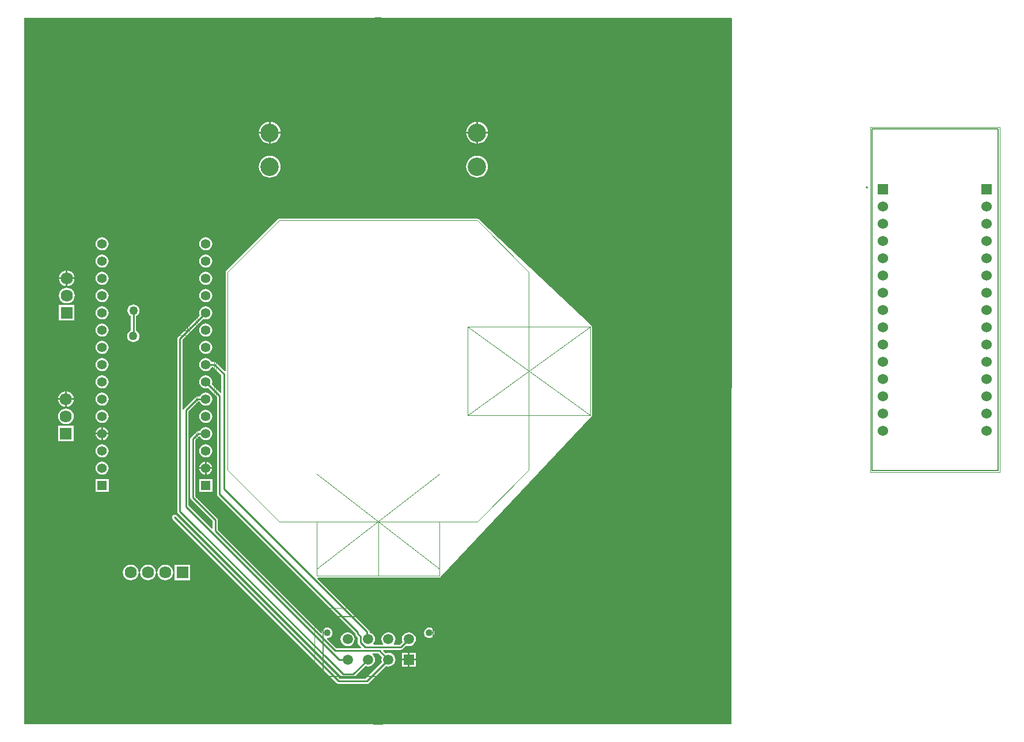
<source format=gbl>
G04*
G04 #@! TF.GenerationSoftware,Altium Limited,Altium Designer,20.0.10 (225)*
G04*
G04 Layer_Physical_Order=2*
G04 Layer_Color=16711680*
%FSLAX25Y25*%
%MOIN*%
G70*
G01*
G75*
%ADD10C,0.01181*%
%ADD11C,0.00787*%
%ADD12C,0.00500*%
%ADD13C,0.00600*%
%ADD14C,0.01000*%
%ADD15C,0.00050*%
%ADD16C,0.00394*%
%ADD17C,0.00197*%
%ADD42C,0.07028*%
%ADD43R,0.07028X0.07028*%
%ADD44C,0.06024*%
%ADD45R,0.06024X0.06024*%
%ADD46C,0.10630*%
%ADD47C,0.05472*%
%ADD48R,0.05472X0.05472*%
%ADD49R,0.05984X0.05984*%
%ADD50C,0.05984*%
%ADD51C,0.04016*%
%ADD52R,0.07028X0.07028*%
%ADD53C,0.05000*%
G36*
X440824Y440970D02*
X441177Y440616D01*
X440763Y31521D01*
X31521Y31521D01*
X31521Y440970D01*
X440824Y440970D01*
D02*
G37*
%LPC*%
G36*
X294000Y380639D02*
Y374843D01*
X299796D01*
X299724Y375581D01*
X299362Y376771D01*
X298776Y377868D01*
X297987Y378830D01*
X297025Y379619D01*
X295928Y380205D01*
X294738Y380566D01*
X294000Y380639D01*
D02*
G37*
G36*
X174000D02*
Y374843D01*
X179796D01*
X179724Y375581D01*
X179362Y376771D01*
X178776Y377868D01*
X177987Y378830D01*
X177025Y379619D01*
X175928Y380205D01*
X174738Y380566D01*
X174000Y380639D01*
D02*
G37*
G36*
X173000D02*
X172262Y380566D01*
X171072Y380205D01*
X169975Y379619D01*
X169013Y378830D01*
X168224Y377868D01*
X167638Y376771D01*
X167276Y375581D01*
X167204Y374843D01*
X173000D01*
Y380639D01*
D02*
G37*
G36*
X293000D02*
X292262Y380566D01*
X291072Y380205D01*
X289975Y379619D01*
X289013Y378830D01*
X288224Y377868D01*
X287637Y376771D01*
X287276Y375581D01*
X287204Y374843D01*
X293000D01*
Y380639D01*
D02*
G37*
G36*
X299796Y373843D02*
X294000D01*
Y368046D01*
X294738Y368119D01*
X295928Y368480D01*
X297025Y369066D01*
X297987Y369856D01*
X298776Y370817D01*
X299362Y371914D01*
X299724Y373105D01*
X299796Y373843D01*
D02*
G37*
G36*
X179796D02*
X174000D01*
Y368046D01*
X174738Y368119D01*
X175928Y368480D01*
X177025Y369066D01*
X177987Y369856D01*
X178776Y370817D01*
X179362Y371914D01*
X179724Y373105D01*
X179796Y373843D01*
D02*
G37*
G36*
X293000D02*
X287204D01*
X287276Y373105D01*
X287637Y371914D01*
X288224Y370817D01*
X289013Y369856D01*
X289975Y369066D01*
X291072Y368480D01*
X292262Y368119D01*
X293000Y368046D01*
Y373843D01*
D02*
G37*
G36*
X173000D02*
X167204D01*
X167276Y373105D01*
X167638Y371914D01*
X168224Y370817D01*
X169013Y369856D01*
X169975Y369066D01*
X171072Y368480D01*
X172262Y368119D01*
X173000Y368046D01*
Y373843D01*
D02*
G37*
G36*
X293500Y361003D02*
X292262Y360881D01*
X291072Y360520D01*
X289975Y359934D01*
X289013Y359144D01*
X288224Y358183D01*
X287637Y357086D01*
X287276Y355895D01*
X287155Y354658D01*
X287276Y353419D01*
X287637Y352229D01*
X288224Y351132D01*
X289013Y350170D01*
X289975Y349381D01*
X291072Y348795D01*
X292262Y348434D01*
X293500Y348312D01*
X294738Y348434D01*
X295928Y348795D01*
X297025Y349381D01*
X297987Y350170D01*
X298776Y351132D01*
X299362Y352229D01*
X299724Y353419D01*
X299846Y354658D01*
X299724Y355895D01*
X299362Y357086D01*
X298776Y358183D01*
X297987Y359144D01*
X297025Y359934D01*
X295928Y360520D01*
X294738Y360881D01*
X293500Y361003D01*
D02*
G37*
G36*
X173500D02*
X172262Y360881D01*
X171072Y360520D01*
X169975Y359934D01*
X169013Y359144D01*
X168224Y358183D01*
X167638Y357086D01*
X167276Y355895D01*
X167155Y354658D01*
X167276Y353419D01*
X167638Y352229D01*
X168224Y351132D01*
X169013Y350170D01*
X169975Y349381D01*
X171072Y348795D01*
X172262Y348434D01*
X173500Y348312D01*
X174738Y348434D01*
X175928Y348795D01*
X177025Y349381D01*
X177987Y350170D01*
X178776Y351132D01*
X179362Y352229D01*
X179724Y353419D01*
X179845Y354658D01*
X179724Y355895D01*
X179362Y357086D01*
X178776Y358183D01*
X177987Y359144D01*
X177025Y359934D01*
X175928Y360520D01*
X174738Y360881D01*
X173500Y361003D01*
D02*
G37*
G36*
X136500Y313769D02*
X135525Y313640D01*
X134616Y313264D01*
X133835Y312665D01*
X133236Y311884D01*
X132860Y310975D01*
X132731Y310000D01*
X132860Y309025D01*
X133236Y308116D01*
X133835Y307335D01*
X134616Y306736D01*
X135525Y306360D01*
X136500Y306231D01*
X137475Y306360D01*
X138384Y306736D01*
X139165Y307335D01*
X139764Y308116D01*
X140140Y309025D01*
X140269Y310000D01*
X140140Y310975D01*
X139764Y311884D01*
X139165Y312665D01*
X138384Y313264D01*
X137475Y313640D01*
X136500Y313769D01*
D02*
G37*
G36*
X76500D02*
X75525Y313640D01*
X74616Y313264D01*
X73835Y312665D01*
X73236Y311884D01*
X72860Y310975D01*
X72732Y310000D01*
X72860Y309025D01*
X73236Y308116D01*
X73835Y307335D01*
X74616Y306736D01*
X75525Y306360D01*
X76500Y306231D01*
X77475Y306360D01*
X78384Y306736D01*
X79165Y307335D01*
X79764Y308116D01*
X80140Y309025D01*
X80269Y310000D01*
X80140Y310975D01*
X79764Y311884D01*
X79165Y312665D01*
X78384Y313264D01*
X77475Y313640D01*
X76500Y313769D01*
D02*
G37*
G36*
X136500Y303768D02*
X135525Y303640D01*
X134616Y303264D01*
X133835Y302665D01*
X133236Y301884D01*
X132860Y300975D01*
X132731Y300000D01*
X132860Y299025D01*
X133236Y298116D01*
X133835Y297335D01*
X134616Y296736D01*
X135525Y296360D01*
X136500Y296232D01*
X137475Y296360D01*
X138384Y296736D01*
X139165Y297335D01*
X139764Y298116D01*
X140140Y299025D01*
X140269Y300000D01*
X140140Y300975D01*
X139764Y301884D01*
X139165Y302665D01*
X138384Y303264D01*
X137475Y303640D01*
X136500Y303768D01*
D02*
G37*
G36*
X76500D02*
X75525Y303640D01*
X74616Y303264D01*
X73835Y302665D01*
X73236Y301884D01*
X72860Y300975D01*
X72732Y300000D01*
X72860Y299025D01*
X73236Y298116D01*
X73835Y297335D01*
X74616Y296736D01*
X75525Y296360D01*
X76500Y296232D01*
X77475Y296360D01*
X78384Y296736D01*
X79165Y297335D01*
X79764Y298116D01*
X80140Y299025D01*
X80269Y300000D01*
X80140Y300975D01*
X79764Y301884D01*
X79165Y302665D01*
X78384Y303264D01*
X77475Y303640D01*
X76500Y303768D01*
D02*
G37*
G36*
X56500Y294487D02*
Y290500D01*
X60487D01*
X60398Y291178D01*
X59943Y292276D01*
X59219Y293219D01*
X58276Y293943D01*
X57178Y294398D01*
X56500Y294487D01*
D02*
G37*
G36*
X55500D02*
X54822Y294398D01*
X53724Y293943D01*
X52781Y293219D01*
X52057Y292276D01*
X51602Y291178D01*
X51513Y290500D01*
X55500D01*
Y294487D01*
D02*
G37*
G36*
X136500Y293769D02*
X135525Y293640D01*
X134616Y293264D01*
X133835Y292665D01*
X133236Y291884D01*
X132860Y290975D01*
X132731Y290000D01*
X132860Y289025D01*
X133236Y288116D01*
X133835Y287335D01*
X134616Y286736D01*
X135525Y286360D01*
X136500Y286231D01*
X137475Y286360D01*
X138384Y286736D01*
X139165Y287335D01*
X139764Y288116D01*
X140140Y289025D01*
X140269Y290000D01*
X140140Y290975D01*
X139764Y291884D01*
X139165Y292665D01*
X138384Y293264D01*
X137475Y293640D01*
X136500Y293769D01*
D02*
G37*
G36*
X76500D02*
X75525Y293640D01*
X74616Y293264D01*
X73835Y292665D01*
X73236Y291884D01*
X72860Y290975D01*
X72732Y290000D01*
X72860Y289025D01*
X73236Y288116D01*
X73835Y287335D01*
X74616Y286736D01*
X75525Y286360D01*
X76500Y286231D01*
X77475Y286360D01*
X78384Y286736D01*
X79165Y287335D01*
X79764Y288116D01*
X80140Y289025D01*
X80269Y290000D01*
X80140Y290975D01*
X79764Y291884D01*
X79165Y292665D01*
X78384Y293264D01*
X77475Y293640D01*
X76500Y293769D01*
D02*
G37*
G36*
X60487Y289500D02*
X56500D01*
Y285513D01*
X57178Y285602D01*
X58276Y286057D01*
X59219Y286781D01*
X59943Y287724D01*
X60398Y288822D01*
X60487Y289500D01*
D02*
G37*
G36*
X55500D02*
X51513D01*
X51602Y288822D01*
X52057Y287724D01*
X52781Y286781D01*
X53724Y286057D01*
X54822Y285602D01*
X55500Y285513D01*
Y289500D01*
D02*
G37*
G36*
X136500Y283769D02*
X135525Y283640D01*
X134616Y283264D01*
X133835Y282665D01*
X133236Y281884D01*
X132860Y280975D01*
X132731Y280000D01*
X132860Y279025D01*
X133236Y278116D01*
X133835Y277335D01*
X134616Y276736D01*
X135525Y276360D01*
X136500Y276232D01*
X137475Y276360D01*
X138384Y276736D01*
X139165Y277335D01*
X139764Y278116D01*
X140140Y279025D01*
X140269Y280000D01*
X140140Y280975D01*
X139764Y281884D01*
X139165Y282665D01*
X138384Y283264D01*
X137475Y283640D01*
X136500Y283769D01*
D02*
G37*
G36*
X76500D02*
X75525Y283640D01*
X74616Y283264D01*
X73835Y282665D01*
X73236Y281884D01*
X72860Y280975D01*
X72732Y280000D01*
X72860Y279025D01*
X73236Y278116D01*
X73835Y277335D01*
X74616Y276736D01*
X75525Y276360D01*
X76500Y276232D01*
X77475Y276360D01*
X78384Y276736D01*
X79165Y277335D01*
X79764Y278116D01*
X80140Y279025D01*
X80269Y280000D01*
X80140Y280975D01*
X79764Y281884D01*
X79165Y282665D01*
X78384Y283264D01*
X77475Y283640D01*
X76500Y283769D01*
D02*
G37*
G36*
X56000Y284553D02*
X54822Y284398D01*
X53724Y283943D01*
X52781Y283219D01*
X52057Y282276D01*
X51602Y281178D01*
X51447Y280000D01*
X51602Y278822D01*
X52057Y277724D01*
X52781Y276781D01*
X53724Y276057D01*
X54822Y275602D01*
X56000Y275447D01*
X57178Y275602D01*
X58276Y276057D01*
X59219Y276781D01*
X59943Y277724D01*
X60398Y278822D01*
X60553Y280000D01*
X60398Y281178D01*
X59943Y282276D01*
X59219Y283219D01*
X58276Y283943D01*
X57178Y284398D01*
X56000Y284553D01*
D02*
G37*
G36*
X178906Y324496D02*
X178684Y324452D01*
X178516Y324419D01*
X178516Y324419D01*
X178516Y324419D01*
X178331Y324295D01*
X178185Y324198D01*
X148301Y294325D01*
X148301Y294325D01*
X148301Y294325D01*
X148204Y294179D01*
X148080Y293994D01*
X148080Y293994D01*
X148080Y293994D01*
X148047Y293826D01*
X148002Y293604D01*
X148002Y293604D01*
X148002Y293604D01*
X147998Y236318D01*
X147537Y236126D01*
X142581Y241081D01*
X142085Y241413D01*
X141500Y241529D01*
X139911D01*
X139764Y241884D01*
X139165Y242665D01*
X138384Y243264D01*
X137475Y243640D01*
X136500Y243769D01*
X135525Y243640D01*
X134616Y243264D01*
X133835Y242665D01*
X133236Y241884D01*
X132860Y240975D01*
X132731Y240000D01*
X132860Y239025D01*
X133236Y238116D01*
X133835Y237335D01*
X134616Y236736D01*
X135525Y236360D01*
X136500Y236231D01*
X137475Y236360D01*
X138384Y236736D01*
X139165Y237335D01*
X139764Y238116D01*
X139911Y238471D01*
X140866D01*
X145471Y233867D01*
Y223846D01*
X145009Y223654D01*
X139993Y228670D01*
X140140Y229025D01*
X140269Y230000D01*
X140140Y230975D01*
X139764Y231884D01*
X139165Y232665D01*
X138384Y233264D01*
X137475Y233640D01*
X136500Y233769D01*
X135525Y233640D01*
X134616Y233264D01*
X133835Y232665D01*
X133236Y231884D01*
X132860Y230975D01*
X132731Y230000D01*
X132860Y229025D01*
X133236Y228116D01*
X133835Y227335D01*
X134616Y226736D01*
X135525Y226360D01*
X136500Y226232D01*
X137475Y226360D01*
X137830Y226507D01*
X142971Y221367D01*
Y165000D01*
X143087Y164415D01*
X143419Y163919D01*
X222971Y84367D01*
Y84059D01*
X223087Y83474D01*
X223419Y82978D01*
X224356Y82040D01*
Y78950D01*
X224473Y78365D01*
X224804Y77869D01*
X226475Y76198D01*
X226284Y75736D01*
X211926D01*
X206629Y81034D01*
X206876Y81494D01*
X207541Y81581D01*
X208273Y81884D01*
X208901Y82367D01*
X209383Y82995D01*
X209686Y83727D01*
X209790Y84512D01*
X209686Y85297D01*
X209383Y86029D01*
X208901Y86657D01*
X208273Y87139D01*
X207541Y87442D01*
X206756Y87546D01*
X205971Y87442D01*
X205239Y87139D01*
X204611Y86657D01*
X204129Y86029D01*
X203825Y85297D01*
X203738Y84632D01*
X203278Y84385D01*
X143529Y144133D01*
Y150000D01*
X143413Y150585D01*
X143081Y151081D01*
X130529Y163634D01*
Y196367D01*
X132627Y198465D01*
X133112Y198417D01*
X133236Y198116D01*
X133835Y197335D01*
X134616Y196736D01*
X135525Y196360D01*
X136500Y196231D01*
X137475Y196360D01*
X138384Y196736D01*
X139165Y197335D01*
X139764Y198116D01*
X140140Y199025D01*
X140269Y200000D01*
X140140Y200975D01*
X139764Y201884D01*
X139165Y202665D01*
X138384Y203264D01*
X137475Y203640D01*
X136500Y203768D01*
X135525Y203640D01*
X134616Y203264D01*
X133835Y202665D01*
X133236Y201884D01*
X133089Y201529D01*
X132000D01*
X131415Y201413D01*
X130919Y201081D01*
X127919Y198081D01*
X127587Y197585D01*
X127471Y197000D01*
Y163000D01*
X127587Y162415D01*
X127919Y161919D01*
X140471Y149366D01*
Y145017D01*
X140009Y144826D01*
X126529Y158305D01*
Y212866D01*
X132133Y218471D01*
X133089D01*
X133236Y218116D01*
X133835Y217335D01*
X134616Y216736D01*
X135525Y216360D01*
X136500Y216231D01*
X137475Y216360D01*
X138384Y216736D01*
X139165Y217335D01*
X139764Y218116D01*
X140140Y219025D01*
X140269Y220000D01*
X140140Y220975D01*
X139764Y221884D01*
X139165Y222665D01*
X138384Y223264D01*
X137475Y223640D01*
X136500Y223768D01*
X135525Y223640D01*
X134616Y223264D01*
X133835Y222665D01*
X133236Y221884D01*
X133089Y221529D01*
X131500D01*
X130915Y221413D01*
X130419Y221081D01*
X123919Y214581D01*
X123587Y214085D01*
X123529Y213795D01*
X123029Y213845D01*
Y254366D01*
X135170Y266507D01*
X135525Y266360D01*
X136500Y266231D01*
X137475Y266360D01*
X138384Y266736D01*
X139165Y267335D01*
X139764Y268116D01*
X140140Y269025D01*
X140269Y270000D01*
X140140Y270975D01*
X139764Y271884D01*
X139165Y272665D01*
X138384Y273264D01*
X137475Y273640D01*
X136500Y273768D01*
X135525Y273640D01*
X134616Y273264D01*
X133835Y272665D01*
X133236Y271884D01*
X132860Y270975D01*
X132731Y270000D01*
X132860Y269025D01*
X133007Y268670D01*
X120419Y256081D01*
X120087Y255585D01*
X119971Y255000D01*
Y155000D01*
X120087Y154415D01*
X120419Y153919D01*
X214919Y59419D01*
X215415Y59087D01*
X216000Y58971D01*
X221878D01*
X222463Y59087D01*
X222959Y59419D01*
X228852Y65311D01*
X229336Y65111D01*
X230378Y64973D01*
X231420Y65111D01*
X232391Y65513D01*
X233225Y66153D01*
X233865Y66987D01*
X234267Y67958D01*
X234404Y69000D01*
X234267Y70042D01*
X233865Y71013D01*
X233225Y71847D01*
X232794Y72178D01*
X232964Y72678D01*
X236348D01*
X238500Y70526D01*
X238300Y70042D01*
X238162Y69000D01*
X238300Y67958D01*
X238500Y67474D01*
X229056Y58029D01*
X214134D01*
X119581Y152581D01*
X119085Y152913D01*
X118500Y153029D01*
X117915Y152913D01*
X117419Y152581D01*
X117087Y152085D01*
X116971Y151500D01*
X117087Y150915D01*
X117419Y150419D01*
X212419Y55419D01*
X212915Y55087D01*
X213500Y54971D01*
X229689D01*
X230274Y55087D01*
X230770Y55419D01*
X240663Y65311D01*
X241147Y65111D01*
X242189Y64973D01*
X243231Y65111D01*
X244202Y65513D01*
X245036Y66153D01*
X245676Y66987D01*
X246078Y67958D01*
X246216Y69000D01*
X246078Y70042D01*
X245676Y71013D01*
X245036Y71847D01*
X244202Y72487D01*
X243231Y72889D01*
X242189Y73027D01*
X241147Y72889D01*
X240663Y72689D01*
X239136Y74216D01*
X239327Y74678D01*
X249396D01*
X249981Y74794D01*
X250478Y75126D01*
X252474Y77122D01*
X252958Y76922D01*
X254000Y76784D01*
X255042Y76922D01*
X256013Y77324D01*
X256847Y77964D01*
X257487Y78798D01*
X257889Y79769D01*
X258027Y80811D01*
X257889Y81853D01*
X257487Y82824D01*
X256847Y83658D01*
X256013Y84298D01*
X255042Y84700D01*
X254000Y84838D01*
X252958Y84700D01*
X251987Y84298D01*
X251153Y83658D01*
X250513Y82824D01*
X250111Y81853D01*
X249973Y80811D01*
X250111Y79769D01*
X250311Y79285D01*
X248763Y77737D01*
X245492D01*
X245245Y78237D01*
X245676Y78798D01*
X246078Y79769D01*
X246216Y80811D01*
X246078Y81853D01*
X245676Y82824D01*
X245036Y83658D01*
X244202Y84298D01*
X243231Y84700D01*
X242189Y84838D01*
X241147Y84700D01*
X240176Y84298D01*
X239342Y83658D01*
X238702Y82824D01*
X238300Y81853D01*
X238162Y80811D01*
X238300Y79769D01*
X238702Y78798D01*
X239132Y78237D01*
X238886Y77737D01*
X233681D01*
X233434Y78237D01*
X233865Y78798D01*
X234267Y79769D01*
X234404Y80811D01*
X234267Y81853D01*
X233865Y82824D01*
X233225Y83658D01*
X232391Y84298D01*
X231420Y84700D01*
X231226Y84726D01*
Y85303D01*
X231110Y85888D01*
X230778Y86385D01*
X201164Y115999D01*
X201371Y116499D01*
X271678D01*
X271695Y116502D01*
X271712Y116499D01*
X271890Y116541D01*
X272069Y116576D01*
X272083Y116586D01*
X272099Y116589D01*
X272248Y116696D01*
X272399Y116797D01*
X272409Y116811D01*
X272423Y116821D01*
X359654Y209905D01*
X359750Y210060D01*
X359852Y210212D01*
X359855Y210228D01*
X359864Y210243D01*
X359894Y210423D01*
X359929Y210602D01*
Y261836D01*
X359926Y261851D01*
X359929Y261866D01*
X359888Y262045D01*
X359852Y262226D01*
X359843Y262239D01*
X359840Y262253D01*
X359733Y262403D01*
X359631Y262557D01*
X359618Y262565D01*
X359609Y262578D01*
X294277Y324211D01*
X294121Y324308D01*
X293967Y324411D01*
X293952Y324414D01*
X293940Y324422D01*
X293758Y324453D01*
X293577Y324488D01*
X178906Y324496D01*
D02*
G37*
G36*
X76500Y273768D02*
X75525Y273640D01*
X74616Y273264D01*
X73835Y272665D01*
X73236Y271884D01*
X72860Y270975D01*
X72732Y270000D01*
X72860Y269025D01*
X73236Y268116D01*
X73835Y267335D01*
X74616Y266736D01*
X75525Y266360D01*
X76500Y266231D01*
X77475Y266360D01*
X78384Y266736D01*
X79165Y267335D01*
X79764Y268116D01*
X80140Y269025D01*
X80269Y270000D01*
X80140Y270975D01*
X79764Y271884D01*
X79165Y272665D01*
X78384Y273264D01*
X77475Y273640D01*
X76500Y273768D01*
D02*
G37*
G36*
X60514Y274514D02*
X51486D01*
Y265486D01*
X60514D01*
Y274514D01*
D02*
G37*
G36*
X136500Y263769D02*
X135525Y263640D01*
X134616Y263264D01*
X133835Y262665D01*
X133236Y261884D01*
X132860Y260975D01*
X132731Y260000D01*
X132860Y259025D01*
X133236Y258116D01*
X133835Y257335D01*
X134616Y256736D01*
X135525Y256360D01*
X136500Y256231D01*
X137475Y256360D01*
X138384Y256736D01*
X139165Y257335D01*
X139764Y258116D01*
X140140Y259025D01*
X140269Y260000D01*
X140140Y260975D01*
X139764Y261884D01*
X139165Y262665D01*
X138384Y263264D01*
X137475Y263640D01*
X136500Y263769D01*
D02*
G37*
G36*
X76500D02*
X75525Y263640D01*
X74616Y263264D01*
X73835Y262665D01*
X73236Y261884D01*
X72860Y260975D01*
X72732Y260000D01*
X72860Y259025D01*
X73236Y258116D01*
X73835Y257335D01*
X74616Y256736D01*
X75525Y256360D01*
X76500Y256231D01*
X77475Y256360D01*
X78384Y256736D01*
X79165Y257335D01*
X79764Y258116D01*
X80140Y259025D01*
X80269Y260000D01*
X80140Y260975D01*
X79764Y261884D01*
X79165Y262665D01*
X78384Y263264D01*
X77475Y263640D01*
X76500Y263769D01*
D02*
G37*
G36*
X94624Y274857D02*
X93711Y274736D01*
X92859Y274384D01*
X92128Y273823D01*
X91567Y273092D01*
X91214Y272240D01*
X91094Y271326D01*
X91214Y270413D01*
X91567Y269561D01*
X92128Y268830D01*
X92859Y268269D01*
X93033Y268197D01*
Y259681D01*
X92735Y259557D01*
X92004Y258996D01*
X91443Y258265D01*
X91090Y257414D01*
X90970Y256500D01*
X91090Y255586D01*
X91443Y254735D01*
X92004Y254004D01*
X92735Y253443D01*
X93586Y253090D01*
X94500Y252970D01*
X95414Y253090D01*
X96265Y253443D01*
X96996Y254004D01*
X97557Y254735D01*
X97910Y255586D01*
X98030Y256500D01*
X97910Y257414D01*
X97557Y258265D01*
X96996Y258996D01*
X96265Y259557D01*
X96092Y259629D01*
Y268146D01*
X96389Y268269D01*
X97120Y268830D01*
X97681Y269561D01*
X98034Y270413D01*
X98154Y271326D01*
X98034Y272240D01*
X97681Y273092D01*
X97120Y273823D01*
X96389Y274384D01*
X95538Y274736D01*
X94624Y274857D01*
D02*
G37*
G36*
X136500Y253768D02*
X135525Y253640D01*
X134616Y253264D01*
X133835Y252665D01*
X133236Y251884D01*
X132860Y250975D01*
X132731Y250000D01*
X132860Y249025D01*
X133236Y248116D01*
X133835Y247335D01*
X134616Y246736D01*
X135525Y246360D01*
X136500Y246232D01*
X137475Y246360D01*
X138384Y246736D01*
X139165Y247335D01*
X139764Y248116D01*
X140140Y249025D01*
X140269Y250000D01*
X140140Y250975D01*
X139764Y251884D01*
X139165Y252665D01*
X138384Y253264D01*
X137475Y253640D01*
X136500Y253768D01*
D02*
G37*
G36*
X76500D02*
X75525Y253640D01*
X74616Y253264D01*
X73835Y252665D01*
X73236Y251884D01*
X72860Y250975D01*
X72732Y250000D01*
X72860Y249025D01*
X73236Y248116D01*
X73835Y247335D01*
X74616Y246736D01*
X75525Y246360D01*
X76500Y246232D01*
X77475Y246360D01*
X78384Y246736D01*
X79165Y247335D01*
X79764Y248116D01*
X80140Y249025D01*
X80269Y250000D01*
X80140Y250975D01*
X79764Y251884D01*
X79165Y252665D01*
X78384Y253264D01*
X77475Y253640D01*
X76500Y253768D01*
D02*
G37*
G36*
Y243769D02*
X75525Y243640D01*
X74616Y243264D01*
X73835Y242665D01*
X73236Y241884D01*
X72860Y240975D01*
X72732Y240000D01*
X72860Y239025D01*
X73236Y238116D01*
X73835Y237335D01*
X74616Y236736D01*
X75525Y236360D01*
X76500Y236231D01*
X77475Y236360D01*
X78384Y236736D01*
X79165Y237335D01*
X79764Y238116D01*
X80140Y239025D01*
X80269Y240000D01*
X80140Y240975D01*
X79764Y241884D01*
X79165Y242665D01*
X78384Y243264D01*
X77475Y243640D01*
X76500Y243769D01*
D02*
G37*
G36*
Y233769D02*
X75525Y233640D01*
X74616Y233264D01*
X73835Y232665D01*
X73236Y231884D01*
X72860Y230975D01*
X72732Y230000D01*
X72860Y229025D01*
X73236Y228116D01*
X73835Y227335D01*
X74616Y226736D01*
X75525Y226360D01*
X76500Y226232D01*
X77475Y226360D01*
X78384Y226736D01*
X79165Y227335D01*
X79764Y228116D01*
X80140Y229025D01*
X80269Y230000D01*
X80140Y230975D01*
X79764Y231884D01*
X79165Y232665D01*
X78384Y233264D01*
X77475Y233640D01*
X76500Y233769D01*
D02*
G37*
G36*
X56000Y224487D02*
Y220500D01*
X59987D01*
X59898Y221178D01*
X59443Y222276D01*
X58719Y223219D01*
X57776Y223943D01*
X56678Y224398D01*
X56000Y224487D01*
D02*
G37*
G36*
X55000D02*
X54322Y224398D01*
X53224Y223943D01*
X52281Y223219D01*
X51557Y222276D01*
X51102Y221178D01*
X51013Y220500D01*
X55000D01*
Y224487D01*
D02*
G37*
G36*
X76500Y223768D02*
X75525Y223640D01*
X74616Y223264D01*
X73835Y222665D01*
X73236Y221884D01*
X72860Y220975D01*
X72732Y220000D01*
X72860Y219025D01*
X73236Y218116D01*
X73835Y217335D01*
X74616Y216736D01*
X75525Y216360D01*
X76500Y216231D01*
X77475Y216360D01*
X78384Y216736D01*
X79165Y217335D01*
X79764Y218116D01*
X80140Y219025D01*
X80269Y220000D01*
X80140Y220975D01*
X79764Y221884D01*
X79165Y222665D01*
X78384Y223264D01*
X77475Y223640D01*
X76500Y223768D01*
D02*
G37*
G36*
X59987Y219500D02*
X56000D01*
Y215513D01*
X56678Y215602D01*
X57776Y216057D01*
X58719Y216781D01*
X59443Y217724D01*
X59898Y218822D01*
X59987Y219500D01*
D02*
G37*
G36*
X55000D02*
X51013D01*
X51102Y218822D01*
X51557Y217724D01*
X52281Y216781D01*
X53224Y216057D01*
X54322Y215602D01*
X55000Y215513D01*
Y219500D01*
D02*
G37*
G36*
X136500Y213769D02*
X135525Y213640D01*
X134616Y213264D01*
X133835Y212665D01*
X133236Y211884D01*
X132860Y210975D01*
X132731Y210000D01*
X132860Y209025D01*
X133236Y208116D01*
X133835Y207335D01*
X134616Y206736D01*
X135525Y206360D01*
X136500Y206231D01*
X137475Y206360D01*
X138384Y206736D01*
X139165Y207335D01*
X139764Y208116D01*
X140140Y209025D01*
X140269Y210000D01*
X140140Y210975D01*
X139764Y211884D01*
X139165Y212665D01*
X138384Y213264D01*
X137475Y213640D01*
X136500Y213769D01*
D02*
G37*
G36*
X76500D02*
X75525Y213640D01*
X74616Y213264D01*
X73835Y212665D01*
X73236Y211884D01*
X72860Y210975D01*
X72732Y210000D01*
X72860Y209025D01*
X73236Y208116D01*
X73835Y207335D01*
X74616Y206736D01*
X75525Y206360D01*
X76500Y206231D01*
X77475Y206360D01*
X78384Y206736D01*
X79165Y207335D01*
X79764Y208116D01*
X80140Y209025D01*
X80269Y210000D01*
X80140Y210975D01*
X79764Y211884D01*
X79165Y212665D01*
X78384Y213264D01*
X77475Y213640D01*
X76500Y213769D01*
D02*
G37*
G36*
X55500Y214553D02*
X54322Y214398D01*
X53224Y213943D01*
X52281Y213219D01*
X51557Y212276D01*
X51102Y211178D01*
X50947Y210000D01*
X51102Y208822D01*
X51557Y207724D01*
X52281Y206781D01*
X53224Y206057D01*
X54322Y205602D01*
X55500Y205447D01*
X56678Y205602D01*
X57776Y206057D01*
X58719Y206781D01*
X59443Y207724D01*
X59898Y208822D01*
X60053Y210000D01*
X59898Y211178D01*
X59443Y212276D01*
X58719Y213219D01*
X57776Y213943D01*
X56678Y214398D01*
X55500Y214553D01*
D02*
G37*
G36*
X77000Y203703D02*
Y200500D01*
X80203D01*
X80140Y200975D01*
X79764Y201884D01*
X79165Y202665D01*
X78384Y203264D01*
X77475Y203640D01*
X77000Y203703D01*
D02*
G37*
G36*
X76000D02*
X75525Y203640D01*
X74616Y203264D01*
X73835Y202665D01*
X73236Y201884D01*
X72860Y200975D01*
X72797Y200500D01*
X76000D01*
Y203703D01*
D02*
G37*
G36*
X80203Y199500D02*
X77000D01*
Y196297D01*
X77475Y196360D01*
X78384Y196736D01*
X79165Y197335D01*
X79764Y198116D01*
X80140Y199025D01*
X80203Y199500D01*
D02*
G37*
G36*
X76000D02*
X72797D01*
X72860Y199025D01*
X73236Y198116D01*
X73835Y197335D01*
X74616Y196736D01*
X75525Y196360D01*
X76000Y196297D01*
Y199500D01*
D02*
G37*
G36*
X60014Y204514D02*
X50986D01*
Y195486D01*
X60014D01*
Y204514D01*
D02*
G37*
G36*
X136500Y193769D02*
X135525Y193640D01*
X134616Y193264D01*
X133835Y192665D01*
X133236Y191884D01*
X132860Y190975D01*
X132731Y190000D01*
X132860Y189025D01*
X133236Y188116D01*
X133835Y187335D01*
X134616Y186736D01*
X135525Y186360D01*
X136500Y186232D01*
X137475Y186360D01*
X138384Y186736D01*
X139165Y187335D01*
X139764Y188116D01*
X140140Y189025D01*
X140269Y190000D01*
X140140Y190975D01*
X139764Y191884D01*
X139165Y192665D01*
X138384Y193264D01*
X137475Y193640D01*
X136500Y193769D01*
D02*
G37*
G36*
X76500D02*
X75525Y193640D01*
X74616Y193264D01*
X73835Y192665D01*
X73236Y191884D01*
X72860Y190975D01*
X72732Y190000D01*
X72860Y189025D01*
X73236Y188116D01*
X73835Y187335D01*
X74616Y186736D01*
X75525Y186360D01*
X76500Y186232D01*
X77475Y186360D01*
X78384Y186736D01*
X79165Y187335D01*
X79764Y188116D01*
X80140Y189025D01*
X80269Y190000D01*
X80140Y190975D01*
X79764Y191884D01*
X79165Y192665D01*
X78384Y193264D01*
X77475Y193640D01*
X76500Y193769D01*
D02*
G37*
G36*
X137000Y183703D02*
Y180500D01*
X140203D01*
X140140Y180975D01*
X139764Y181884D01*
X139165Y182665D01*
X138384Y183264D01*
X137475Y183640D01*
X137000Y183703D01*
D02*
G37*
G36*
X136000D02*
X135525Y183640D01*
X134616Y183264D01*
X133835Y182665D01*
X133236Y181884D01*
X132860Y180975D01*
X132797Y180500D01*
X136000D01*
Y183703D01*
D02*
G37*
G36*
X140203Y179500D02*
X137000D01*
Y176297D01*
X137475Y176360D01*
X138384Y176736D01*
X139165Y177335D01*
X139764Y178116D01*
X140140Y179025D01*
X140203Y179500D01*
D02*
G37*
G36*
X136000D02*
X132797D01*
X132860Y179025D01*
X133236Y178116D01*
X133835Y177335D01*
X134616Y176736D01*
X135525Y176360D01*
X136000Y176297D01*
Y179500D01*
D02*
G37*
G36*
X76500Y183768D02*
X75525Y183640D01*
X74616Y183264D01*
X73835Y182665D01*
X73236Y181884D01*
X72860Y180975D01*
X72732Y180000D01*
X72860Y179025D01*
X73236Y178116D01*
X73835Y177335D01*
X74616Y176736D01*
X75525Y176360D01*
X76500Y176232D01*
X77475Y176360D01*
X78384Y176736D01*
X79165Y177335D01*
X79764Y178116D01*
X80140Y179025D01*
X80269Y180000D01*
X80140Y180975D01*
X79764Y181884D01*
X79165Y182665D01*
X78384Y183264D01*
X77475Y183640D01*
X76500Y183768D01*
D02*
G37*
G36*
X140236Y173736D02*
X132764D01*
Y166264D01*
X140236D01*
Y173736D01*
D02*
G37*
G36*
X80236D02*
X72764D01*
Y166264D01*
X80236D01*
Y173736D01*
D02*
G37*
G36*
X127514Y124014D02*
X118486D01*
Y114986D01*
X127514D01*
Y124014D01*
D02*
G37*
G36*
X113000Y124053D02*
X111822Y123898D01*
X110724Y123443D01*
X109781Y122719D01*
X109057Y121776D01*
X108602Y120678D01*
X108447Y119500D01*
X108602Y118322D01*
X109057Y117224D01*
X109781Y116281D01*
X110724Y115557D01*
X111822Y115102D01*
X113000Y114947D01*
X114178Y115102D01*
X115276Y115557D01*
X116219Y116281D01*
X116943Y117224D01*
X117398Y118322D01*
X117553Y119500D01*
X117398Y120678D01*
X116943Y121776D01*
X116219Y122719D01*
X115276Y123443D01*
X114178Y123898D01*
X113000Y124053D01*
D02*
G37*
G36*
X103000D02*
X101822Y123898D01*
X100724Y123443D01*
X99781Y122719D01*
X99057Y121776D01*
X98602Y120678D01*
X98447Y119500D01*
X98602Y118322D01*
X99057Y117224D01*
X99781Y116281D01*
X100724Y115557D01*
X101822Y115102D01*
X103000Y114947D01*
X104178Y115102D01*
X105276Y115557D01*
X106219Y116281D01*
X106943Y117224D01*
X107398Y118322D01*
X107553Y119500D01*
X107398Y120678D01*
X106943Y121776D01*
X106219Y122719D01*
X105276Y123443D01*
X104178Y123898D01*
X103000Y124053D01*
D02*
G37*
G36*
X93000D02*
X91822Y123898D01*
X90724Y123443D01*
X89781Y122719D01*
X89057Y121776D01*
X88602Y120678D01*
X88447Y119500D01*
X88602Y118322D01*
X89057Y117224D01*
X89781Y116281D01*
X90724Y115557D01*
X91822Y115102D01*
X93000Y114947D01*
X94178Y115102D01*
X95276Y115557D01*
X96219Y116281D01*
X96943Y117224D01*
X97398Y118322D01*
X97553Y119500D01*
X97398Y120678D01*
X96943Y121776D01*
X96219Y122719D01*
X95276Y123443D01*
X94178Y123898D01*
X93000Y124053D01*
D02*
G37*
G36*
X265811Y87546D02*
X265026Y87442D01*
X264294Y87139D01*
X263666Y86657D01*
X263184Y86029D01*
X262881Y85297D01*
X262777Y84512D01*
X262881Y83727D01*
X263184Y82995D01*
X263666Y82367D01*
X264294Y81884D01*
X265026Y81581D01*
X265811Y81478D01*
X266596Y81581D01*
X267328Y81884D01*
X267956Y82367D01*
X268438Y82995D01*
X268741Y83727D01*
X268845Y84512D01*
X268741Y85297D01*
X268438Y86029D01*
X267956Y86657D01*
X267328Y87139D01*
X266596Y87442D01*
X265811Y87546D01*
D02*
G37*
G36*
X218567Y84838D02*
X217525Y84700D01*
X216554Y84298D01*
X215720Y83658D01*
X215080Y82824D01*
X214678Y81853D01*
X214540Y80811D01*
X214678Y79769D01*
X215080Y78798D01*
X215720Y77964D01*
X216554Y77324D01*
X217525Y76922D01*
X218567Y76784D01*
X219609Y76922D01*
X220580Y77324D01*
X221414Y77964D01*
X222054Y78798D01*
X222456Y79769D01*
X222593Y80811D01*
X222456Y81853D01*
X222054Y82824D01*
X221414Y83658D01*
X220580Y84298D01*
X219609Y84700D01*
X218567Y84838D01*
D02*
G37*
G36*
X257992Y72992D02*
X254500D01*
Y69500D01*
X257992D01*
Y72992D01*
D02*
G37*
G36*
X253500D02*
X250008D01*
Y69500D01*
X253500D01*
Y72992D01*
D02*
G37*
G36*
X257992Y68500D02*
X254500D01*
Y65008D01*
X257992D01*
Y68500D01*
D02*
G37*
G36*
X253500D02*
X250008D01*
Y65008D01*
X253500D01*
Y68500D01*
D02*
G37*
%LPD*%
D10*
X56287Y191890D02*
G03*
X56287Y191890I-394J0D01*
G01*
X56787Y261890D02*
G03*
X56787Y261890I-394J0D01*
G01*
X131504Y119894D02*
G03*
X131504Y119894I-394J0D01*
G01*
D11*
X519524Y342622D02*
G03*
X519524Y342622I-394J0D01*
G01*
X136894Y161437D02*
G03*
X136894Y161437I-394J0D01*
G01*
X76894D02*
G03*
X76894Y161437I-394J0D01*
G01*
X100167Y234751D02*
G03*
X100167Y234751I-394J0D01*
G01*
D12*
X44161Y195000D02*
Y225000D01*
X66996D01*
Y195000D02*
Y225000D01*
X44161Y195000D02*
X66996D01*
X118786Y259457D02*
Y266543D01*
X114849Y259457D02*
Y266543D01*
Y259457D02*
X118786D01*
X114849Y266543D02*
X118786D01*
X200150Y373104D02*
X206449D01*
X200150Y360506D02*
X206449D01*
Y373104D01*
X200150Y360506D02*
Y373104D01*
X522004Y376658D02*
X594996D01*
Y178665D02*
Y376658D01*
X522004Y178665D02*
X594996D01*
X522004D02*
Y376658D01*
X205957Y337968D02*
X213043D01*
X205957Y334032D02*
X213043D01*
Y337968D01*
X205957Y334032D02*
Y337968D01*
X44661Y265000D02*
Y295000D01*
X67496D01*
Y265000D02*
Y295000D01*
X44661Y265000D02*
X67496D01*
X204492Y59276D02*
X268075D01*
Y93803D01*
X204492D02*
X268075D01*
X204492Y59276D02*
Y93803D01*
X272228Y67425D02*
Y70575D01*
X269472Y69000D02*
X272228Y70575D01*
X269472Y69000D02*
X272228Y67425D01*
X87500Y108161D02*
X128000D01*
X87500D02*
Y131000D01*
X128000D01*
Y108161D02*
Y131000D01*
X122031Y259457D02*
Y266543D01*
X125969Y259457D02*
Y266543D01*
X122031D02*
X125969D01*
X122031Y259457D02*
X125969D01*
X85834Y231968D02*
X92920D01*
X85834Y228031D02*
X92920D01*
Y231968D01*
X85834Y228031D02*
Y231968D01*
X101604Y232133D02*
X106722D01*
X101604Y220715D02*
Y232133D01*
Y220715D02*
X106722D01*
Y232133D01*
D13*
X226800Y368700D02*
X246200D01*
D14*
X144500Y165000D02*
X224500Y85000D01*
X144500Y165000D02*
Y222000D01*
X224500Y84059D02*
Y85000D01*
X94500Y256500D02*
X94562Y256562D01*
Y271264D01*
X94624Y271326D01*
X236982Y74207D02*
X242189Y69000D01*
X225886Y78950D02*
X228629Y76207D01*
X249396D02*
X254000Y80811D01*
X211293Y74207D02*
X236982D01*
X142000Y143500D02*
X211293Y74207D01*
X228629Y76207D02*
X249396D01*
X225886Y78950D02*
Y82673D01*
X224500Y84059D02*
X225886Y82673D01*
X213672Y69000D02*
X218567D01*
X125000Y157672D02*
X213672Y69000D01*
X142000Y143500D02*
Y150000D01*
X125000Y157672D02*
Y213500D01*
X129000Y163000D02*
Y197000D01*
Y163000D02*
X142000Y150000D01*
X125000Y213500D02*
X131500Y220000D01*
X121500Y155000D02*
X216000Y60500D01*
X121500Y155000D02*
Y255000D01*
X136500Y270000D01*
X132000Y200000D02*
X136500D01*
X129000Y197000D02*
X132000Y200000D01*
X229689Y56500D02*
X242189Y69000D01*
X213500Y56500D02*
X229689D01*
X118500Y151500D02*
X213500Y56500D01*
X216000Y60500D02*
X221878D01*
X230378Y69000D01*
X131500Y220000D02*
X136500D01*
Y230000D02*
X144500Y222000D01*
X229697Y81492D02*
X230378Y80811D01*
X229697Y81492D02*
Y85303D01*
X147000Y168000D02*
X229697Y85303D01*
X147000Y168000D02*
Y234500D01*
X136500Y240000D02*
X141500D01*
X147000Y234500D01*
D15*
X440970Y236245D02*
G03*
X440970Y236245I-204724J0D01*
G01*
X236245Y117545D02*
Y149041D01*
Y117545D02*
X271678D01*
Y149041D01*
X236245D02*
X271678D01*
X236245Y117545D02*
Y149041D01*
X200812Y117545D02*
X236245D01*
X200812D02*
Y149041D01*
X236245D01*
X288017Y261836D02*
X358883Y210655D01*
X288017D02*
X358883Y261836D01*
Y210655D02*
Y261836D01*
X288017Y210655D02*
X358883D01*
X288017D02*
Y261836D01*
X358883D01*
X200812Y176600D02*
X271678Y121482D01*
X200812D02*
X271678Y176600D01*
X293585Y149041D02*
X323450Y178906D01*
X178906Y149041D02*
X293585D01*
X149041Y178906D02*
X178906Y149041D01*
X149041Y178906D02*
Y293585D01*
X178906Y323450D01*
X293585D01*
X323450Y293585D01*
Y178906D02*
Y293585D01*
D16*
X131750Y316004D02*
X141250D01*
X131750Y163996D02*
Y316004D01*
Y163996D02*
X141250D01*
Y316004D01*
X131750D02*
X141250D01*
X131750Y163996D02*
Y316004D01*
Y163996D02*
X141250D01*
X71750Y316004D02*
X81250D01*
X71750Y163996D02*
Y316004D01*
Y163996D02*
X81250D01*
Y316004D01*
X71750D02*
X81250D01*
X71750Y163996D02*
Y316004D01*
Y163996D02*
X81250D01*
D17*
X43177Y194016D02*
Y225984D01*
X67980D01*
Y194016D02*
Y225984D01*
X43177Y194016D02*
X67980D01*
X119810Y257055D02*
Y268945D01*
X113826Y257055D02*
X119810D01*
X113826D02*
Y268945D01*
X119810D01*
X199166Y377041D02*
X207433D01*
X199166Y356569D02*
Y377041D01*
Y356569D02*
X207433D01*
Y377041D01*
X521020Y377642D02*
X595980D01*
Y177681D02*
Y377642D01*
X521020Y177681D02*
X595980D01*
X521020D02*
Y377642D01*
X203555Y338992D02*
X215445D01*
Y333008D02*
Y338992D01*
X203555Y333008D02*
X215445D01*
X203555D02*
Y338992D01*
X142234Y163012D02*
Y316988D01*
X130766D02*
X142234D01*
X130766Y163012D02*
Y316988D01*
Y163012D02*
X142234D01*
X82234D02*
Y316988D01*
X70766D02*
X82234D01*
X70766Y163012D02*
Y316988D01*
Y163012D02*
X82234D01*
X43677Y264016D02*
Y295984D01*
X68480D01*
Y264016D02*
Y295984D01*
X43677Y264016D02*
X68480D01*
X199492Y98803D02*
X273075D01*
Y54276D02*
Y98803D01*
X199492Y54276D02*
X273075D01*
X199492D02*
Y98803D01*
X86000Y107177D02*
X128984D01*
X86016D02*
Y131980D01*
X86000D02*
X128984D01*
Y107177D02*
Y131980D01*
X121008Y257055D02*
Y268945D01*
X126992D01*
Y257055D02*
Y268945D01*
X121008Y257055D02*
X126992D01*
X83432Y232992D02*
X95322D01*
Y227008D02*
Y232992D01*
X83432Y227008D02*
X95322D01*
X83432D02*
Y232992D01*
X111506Y219731D02*
Y233117D01*
X96821Y219731D02*
X111506D01*
X96821D02*
Y233117D01*
X111506D01*
D42*
X55500Y210000D02*
D03*
Y220000D02*
D03*
X56000Y280000D02*
D03*
Y290000D02*
D03*
X93000Y119500D02*
D03*
X113000D02*
D03*
X103000D02*
D03*
D43*
X55500Y200000D02*
D03*
X56000Y270000D02*
D03*
D44*
X528500Y201500D02*
D03*
Y211500D02*
D03*
Y221500D02*
D03*
Y231500D02*
D03*
Y241500D02*
D03*
Y251500D02*
D03*
Y261500D02*
D03*
Y271500D02*
D03*
Y281500D02*
D03*
Y291500D02*
D03*
Y301500D02*
D03*
Y311500D02*
D03*
Y321500D02*
D03*
Y331500D02*
D03*
X588500Y201500D02*
D03*
Y211500D02*
D03*
Y221500D02*
D03*
Y231500D02*
D03*
Y241500D02*
D03*
Y251500D02*
D03*
Y261500D02*
D03*
Y271500D02*
D03*
Y281500D02*
D03*
Y291500D02*
D03*
Y301500D02*
D03*
Y311500D02*
D03*
Y321500D02*
D03*
Y331500D02*
D03*
D45*
X528500Y341500D02*
D03*
X588500D02*
D03*
D46*
X173500Y374342D02*
D03*
Y354658D02*
D03*
X293500Y374342D02*
D03*
Y354658D02*
D03*
D47*
X136500Y310000D02*
D03*
Y300000D02*
D03*
Y290000D02*
D03*
Y280000D02*
D03*
Y270000D02*
D03*
Y260000D02*
D03*
Y250000D02*
D03*
Y240000D02*
D03*
Y230000D02*
D03*
Y220000D02*
D03*
Y210000D02*
D03*
Y200000D02*
D03*
Y190000D02*
D03*
Y180000D02*
D03*
X76500Y310000D02*
D03*
Y300000D02*
D03*
Y290000D02*
D03*
Y280000D02*
D03*
Y270000D02*
D03*
Y260000D02*
D03*
Y250000D02*
D03*
Y240000D02*
D03*
Y230000D02*
D03*
Y220000D02*
D03*
Y210000D02*
D03*
Y200000D02*
D03*
Y190000D02*
D03*
Y180000D02*
D03*
D48*
X136500Y170000D02*
D03*
X76500D02*
D03*
D49*
X254000Y69000D02*
D03*
D50*
X242189D02*
D03*
X230378D02*
D03*
X218567D02*
D03*
X254000Y80811D02*
D03*
X242189D02*
D03*
X230378D02*
D03*
X218567D02*
D03*
D51*
X265811Y84512D02*
D03*
X206756D02*
D03*
D52*
X123000Y119500D02*
D03*
D53*
X94624Y271326D02*
D03*
X94500Y256500D02*
D03*
M02*

</source>
